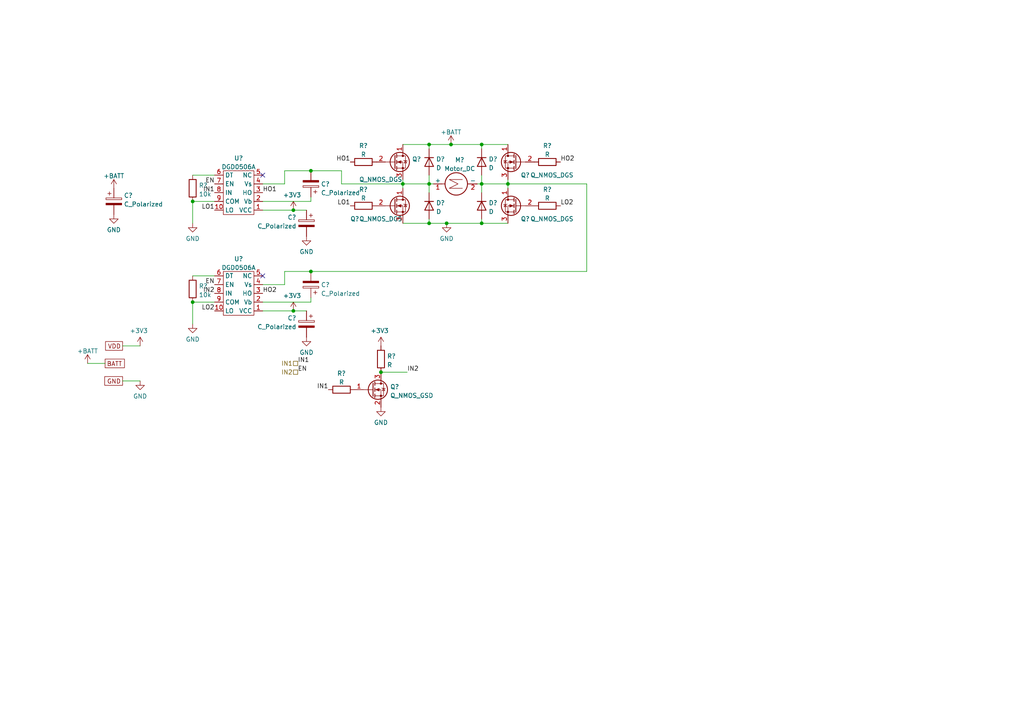
<source format=kicad_sch>
(kicad_sch (version 20211123) (generator eeschema)
  (paper "A4")
  (lib_symbols
    (symbol "Device:C_Polarized" (pin_numbers hide) (pin_names (offset 0.254))
      (property "Reference" "C" (at 0.635 2.54 0))
      (property "Value" "C_Polarized" (at 0.635 -2.54 0))
      (symbol "C_Polarized_0_1"
        (rectangle (start -2.286 0.508) (end 2.286 1.016))
        (polyline (pts (xy -1.778 2.286) (xy -0.762 2.286)))
        (polyline (pts (xy -1.27 2.794) (xy -1.27 1.778)))
        (rectangle (start 2.286 -0.508) (end -2.286 -1.016) (fill (type outline)))
      )
      (symbol "C_Polarized_1_1"
        (pin passive line (at 0 3.81 270) (length 2.794) (name "~") (number "1"))
        (pin passive line (at 0 -3.81 90) (length 2.794) (name "~") (number "2"))
      )
    )
    (symbol "Device:D" (pin_numbers hide) (pin_names (offset 1.016) hide)
      (property "Reference" "D" (at 0 2.54 0))
      (property "Value" "D" (at 0 -2.54 0))
      (symbol "D_0_1"
        (polyline (pts (xy -1.27 1.27) (xy -1.27 -1.27)) (stroke (width 0.254)))
        (polyline (pts (xy 1.27 0) (xy -1.27 0)))
        (polyline (pts (xy 1.27 1.27) (xy 1.27 -1.27) (xy -1.27 0) (xy 1.27 1.27)) (stroke (width 0.254)))
      )
      (symbol "D_1_1"
        (pin passive line (at -3.81 0 0) (length 2.54) (name "K") (number "1"))
        (pin passive line (at 3.81 0 180) (length 2.54) (name "A") (number "2"))
      )
    )
    (symbol "Device:Q_NMOS_DGS" (pin_names (offset 0) hide)
      (property "Reference" "Q" (at 5.08 1.27 0))
      (property "Value" "Q_NMOS_DGS" (at 5.08 -1.27 0))
      (symbol "Q_NMOS_DGS_0_1"
        (polyline (pts (xy 0.254 0) (xy -2.54 0)))
        (polyline (pts (xy 0.254 1.905) (xy 0.254 -1.905)) (stroke (width 0.254)))
        (polyline (pts (xy 0.762 -1.27) (xy 0.762 -2.286)) (stroke (width 0.254)))
        (polyline (pts (xy 0.762 0.508) (xy 0.762 -0.508)) (stroke (width 0.254)))
        (polyline (pts (xy 0.762 2.286) (xy 0.762 1.27)) (stroke (width 0.254)))
        (polyline (pts (xy 2.54 2.54) (xy 2.54 1.778)))
        (polyline (pts (xy 2.54 -2.54) (xy 2.54 0) (xy 0.762 0)))
        (polyline (pts (xy 0.762 -1.778) (xy 3.302 -1.778) (xy 3.302 1.778) (xy 0.762 1.778)))
        (polyline (pts (xy 1.016 0) (xy 2.032 0.381) (xy 2.032 -0.381) (xy 1.016 0)) (fill (type outline)))
        (polyline (pts (xy 2.794 0.508) (xy 2.921 0.381) (xy 3.683 0.381) (xy 3.81 0.254)))
        (polyline (pts (xy 3.302 0.381) (xy 2.921 -0.254) (xy 3.683 -0.254) (xy 3.302 0.381)))
        (circle (center 1.651 0) (radius 2.794) (stroke (width 0.254)))
        (circle (center 2.54 -1.778) (radius 0.254) (fill (type outline)))
        (circle (center 2.54 1.778) (radius 0.254) (fill (type outline)))
      )
      (symbol "Q_NMOS_DGS_1_1"
        (pin passive line (at 2.54 5.08 270) (length 2.54) (name "D") (number "1"))
        (pin input line (at -5.08 0 0) (length 2.54) (name "G") (number "2"))
        (pin passive line (at 2.54 -5.08 90) (length 2.54) (name "S") (number "3"))
      )
    )
    (symbol "Device:Q_NMOS_GSD" (pin_names (offset 0) hide)
      (property "Reference" "Q" (at 5.08 1.27 0))
      (property "Value" "Q_NMOS_GSD" (at 5.08 -1.27 0))
      (symbol "Q_NMOS_GSD_0_1"
        (polyline (pts (xy 0.254 0) (xy -2.54 0)))
        (polyline (pts (xy 0.254 1.905) (xy 0.254 -1.905)) (stroke (width 0.254)))
        (polyline (pts (xy 0.762 -1.27) (xy 0.762 -2.286)) (stroke (width 0.254)))
        (polyline (pts (xy 0.762 0.508) (xy 0.762 -0.508)) (stroke (width 0.254)))
        (polyline (pts (xy 0.762 2.286) (xy 0.762 1.27)) (stroke (width 0.254)))
        (polyline (pts (xy 2.54 2.54) (xy 2.54 1.778)))
        (polyline (pts (xy 2.54 -2.54) (xy 2.54 0) (xy 0.762 0)))
        (polyline (pts (xy 0.762 -1.778) (xy 3.302 -1.778) (xy 3.302 1.778) (xy 0.762 1.778)))
        (polyline (pts (xy 1.016 0) (xy 2.032 0.381) (xy 2.032 -0.381) (xy 1.016 0)) (fill (type outline)))
        (polyline (pts (xy 2.794 0.508) (xy 2.921 0.381) (xy 3.683 0.381) (xy 3.81 0.254)))
        (polyline (pts (xy 3.302 0.381) (xy 2.921 -0.254) (xy 3.683 -0.254) (xy 3.302 0.381)))
        (circle (center 1.651 0) (radius 2.794) (stroke (width 0.254)))
        (circle (center 2.54 -1.778) (radius 0.254) (fill (type outline)))
        (circle (center 2.54 1.778) (radius 0.254) (fill (type outline)))
      )
      (symbol "Q_NMOS_GSD_1_1"
        (pin input line (at -5.08 0 0) (length 2.54) (name "G") (number "1"))
        (pin passive line (at 2.54 -5.08 90) (length 2.54) (name "S") (number "2"))
        (pin passive line (at 2.54 5.08 270) (length 2.54) (name "D") (number "3"))
      )
    )
    (symbol "Device:R" (pin_numbers hide) (pin_names (offset 0))
      (property "Reference" "R" (at 2.032 0 90))
      (property "Value" "R" (at 0 0 90))
      (symbol "R_0_1"
        (rectangle (start -1.016 -2.54) (end 1.016 2.54) (stroke (width 0.254)))
      )
      (symbol "R_1_1"
        (pin passive line (at 0 3.81 270) (length 1.27) (name "~") (number "1"))
        (pin passive line (at 0 -3.81 90) (length 1.27) (name "~") (number "2"))
      )
    )
    (symbol "Motor:Motor_DC" (pin_names (offset 0))
      (property "Reference" "M" (at 2.54 2.54 0))
      (property "Value" "Motor_DC" (at 2.54 -5.08 0))
      (symbol "Motor_DC_0_0"
        (polyline (pts (xy -1.27 -3.302) (xy -1.27 0.508) (xy 0 -2.032) (xy 1.27 0.508) (xy 1.27 -3.302)))
      )
      (symbol "Motor_DC_0_1"
        (circle (center 0 -1.524) (radius 3.2512) (stroke (width 0.254)))
        (polyline (pts (xy 0 -7.62) (xy 0 -7.112)))
        (polyline (pts (xy 0 -4.7752) (xy 0 -5.1816)))
        (polyline (pts (xy 0 1.7272) (xy 0 2.0828)))
        (polyline (pts (xy 0 2.032) (xy 0 2.54)))
      )
      (symbol "Motor_DC_1_1"
        (pin passive line (at 0 5.08 270) (length 2.54) (name "+") (number "1"))
        (pin passive line (at 0 -7.62 90) (length 2.54) (name "-") (number "2"))
      )
    )
    (symbol "locallib:DGD0506A"
      (property "Reference" "U" (at 1.27 -7.62 0))
      (property "Value" "DGD0506A" (at 0 7.62 0))
      (symbol "DGD0506A_0_1"
        (rectangle (start 5.08 -6.35) (end -3.81 6.35) (stroke (width 0.1524)))
      )
      (symbol "DGD0506A_1_1"
        (pin passive line (at -6.35 5.08 0) (length 2.54) (name "VCC") (number "1"))
        (pin passive line (at 7.62 5.08 180) (length 2.54) (name "LO") (number "10"))
        (pin passive line (at -6.35 2.54 0) (length 2.54) (name "Vb") (number "2"))
        (pin passive line (at -6.35 0 0) (length 2.54) (name "HO") (number "3"))
        (pin passive line (at -6.35 -2.54 0) (length 2.54) (name "Vs") (number "4"))
        (pin passive line (at -6.35 -5.08 0) (length 2.54) (name "NC") (number "5"))
        (pin passive line (at 7.62 -5.08 180) (length 2.54) (name "DT") (number "6"))
        (pin passive line (at 7.62 -2.54 180) (length 2.54) (name "EN") (number "7"))
        (pin passive line (at 7.62 0 180) (length 2.54) (name "IN") (number "8"))
        (pin passive line (at 7.62 2.54 180) (length 2.54) (name "COM") (number "9"))
      )
    )
    (symbol "power:+3V3" (power) (pin_names (offset 0))
      (property "Value" "+3V3" (at 0 3.556 0))
      (symbol "+3V3_0_1"
        (polyline (pts (xy -0.762 1.27) (xy 0 2.54)))
        (polyline (pts (xy 0 0) (xy 0 2.54)))
        (polyline (pts (xy 0 2.54) (xy 0.762 1.27)))
      )
      (symbol "+3V3_1_1"
        (pin power_in line (at 0 0 90) (length 0) hide (name "+3V3") (number "1"))
      )
    )
    (symbol "power:+BATT" (power) (pin_names (offset 0))
      (property "Value" "+BATT" (at 0 3.556 0))
      (symbol "+BATT_0_1"
        (polyline (pts (xy -0.762 1.27) (xy 0 2.54)))
        (polyline (pts (xy 0 0) (xy 0 2.54)))
        (polyline (pts (xy 0 2.54) (xy 0.762 1.27)))
      )
      (symbol "+BATT_1_1"
        (pin power_in line (at 0 0 90) (length 0) hide (name "+BATT") (number "1"))
      )
    )
    (symbol "power:GND" (power) (pin_names (offset 0))
      (property "Value" "GND" (at 0 -3.81 0))
      (symbol "GND_0_1"
        (polyline (pts (xy 0 0) (xy 0 -1.27) (xy 1.27 -1.27) (xy 0 -2.54) (xy -1.27 -1.27) (xy 0 -1.27)))
      )
      (symbol "GND_1_1"
        (pin power_in line (at 0 0 270) (length 0) hide (name "GND") (number "1"))
      )
    )
  )
  (junction (at 130.81 41.91))
  (junction (at 85.09 60.96))
  (junction (at 90.17 49.53))
  (junction (at 124.46 64.77))
  (junction (at 124.46 53.34))
  (junction (at 139.7 64.77))
  (junction (at 139.7 41.91))
  (junction (at 110.49 107.95))
  (junction (at 85.09 90.17))
  (junction (at 147.32 53.34))
  (junction (at 90.17 78.74))
  (junction (at 55.88 58.42))
  (junction (at 129.54 64.77))
  (junction (at 124.46 41.91))
  (junction (at 55.88 87.63))
  (junction (at 116.84 53.34))
  (junction (at 139.7 53.34))
  (no_connect (at 76.2 80.01))
  (no_connect (at 76.2 50.8))
  (wire (pts (xy 124.46 64.77) (xy 129.54 64.77)))
  (wire (pts (xy 139.7 63.5) (xy 139.7 64.77)))
  (wire (pts (xy 82.55 82.55) (xy 82.55 78.74)))
  (wire (pts (xy 147.32 52.07) (xy 147.32 53.34)))
  (wire (pts (xy 116.84 53.34) (xy 116.84 54.61)))
  (wire (pts (xy 82.55 78.74) (xy 90.17 78.74)))
  (wire (pts (xy 130.81 41.91) (xy 139.7 41.91)))
  (wire (pts (xy 116.84 64.77) (xy 124.46 64.77)))
  (wire (pts (xy 139.7 55.88) (xy 139.7 53.34)))
  (wire (pts (xy 139.7 53.34) (xy 147.32 53.34)))
  (wire (pts (xy 76.2 53.34) (xy 82.55 53.34)))
  (wire (pts (xy 88.9 90.17) (xy 85.09 90.17)))
  (wire (pts (xy 139.7 50.8) (xy 139.7 53.34)))
  (wire (pts (xy 138.43 53.34) (xy 139.7 53.34)))
  (wire (pts (xy 139.7 41.91) (xy 147.32 41.91)))
  (wire (pts (xy 124.46 53.34) (xy 116.84 53.34)))
  (wire (pts (xy 99.06 53.34) (xy 99.06 49.53)))
  (wire (pts (xy 55.88 87.63) (xy 62.23 87.63)))
  (wire (pts (xy 124.46 53.34) (xy 125.73 53.34)))
  (wire (pts (xy 124.46 50.8) (xy 124.46 53.34)))
  (wire (pts (xy 99.06 53.34) (xy 116.84 53.34)))
  (wire (pts (xy 170.18 53.34) (xy 170.18 78.74)))
  (wire (pts (xy 124.46 63.5) (xy 124.46 64.77)))
  (wire (pts (xy 124.46 41.91) (xy 124.46 43.18)))
  (wire (pts (xy 76.2 58.42) (xy 90.17 58.42)))
  (wire (pts (xy 82.55 49.53) (xy 90.17 49.53)))
  (wire (pts (xy 147.32 53.34) (xy 147.32 54.61)))
  (wire (pts (xy 90.17 87.63) (xy 90.17 86.36)))
  (wire (pts (xy 85.09 60.96) (xy 76.2 60.96)))
  (wire (pts (xy 124.46 41.91) (xy 130.81 41.91)))
  (wire (pts (xy 55.88 93.98) (xy 55.88 87.63)))
  (wire (pts (xy 82.55 53.34) (xy 82.55 49.53)))
  (wire (pts (xy 139.7 64.77) (xy 147.32 64.77)))
  (wire (pts (xy 35.56 110.49) (xy 40.64 110.49)))
  (wire (pts (xy 147.32 53.34) (xy 170.18 53.34)))
  (wire (pts (xy 99.06 49.53) (xy 90.17 49.53)))
  (wire (pts (xy 124.46 53.34) (xy 124.46 55.88)))
  (wire (pts (xy 25.4 105.41) (xy 30.48 105.41)))
  (wire (pts (xy 55.88 58.42) (xy 62.23 58.42)))
  (wire (pts (xy 55.88 64.77) (xy 55.88 58.42)))
  (wire (pts (xy 110.49 107.95) (xy 118.11 107.95)))
  (wire (pts (xy 90.17 58.42) (xy 90.17 57.15)))
  (wire (pts (xy 139.7 41.91) (xy 139.7 43.18)))
  (wire (pts (xy 129.54 64.77) (xy 139.7 64.77)))
  (wire (pts (xy 88.9 60.96) (xy 85.09 60.96)))
  (wire (pts (xy 55.88 80.01) (xy 62.23 80.01)))
  (wire (pts (xy 116.84 41.91) (xy 124.46 41.91)))
  (wire (pts (xy 76.2 82.55) (xy 82.55 82.55)))
  (wire (pts (xy 55.88 50.8) (xy 62.23 50.8)))
  (wire (pts (xy 116.84 52.07) (xy 116.84 53.34)))
  (wire (pts (xy 35.56 100.33) (xy 40.64 100.33)))
  (wire (pts (xy 76.2 87.63) (xy 90.17 87.63)))
  (wire (pts (xy 85.09 90.17) (xy 76.2 90.17)))
  (wire (pts (xy 90.17 78.74) (xy 170.18 78.74)))
  (label "IN1" (at 86.36 105.41 0))
  (label "HO1" (at 76.2 55.88 0))
  (label "LO2" (at 62.23 90.17 180))
  (label "EN" (at 62.23 53.34 180))
  (label "IN1" (at 95.25 113.03 180))
  (label "HO2" (at 162.56 46.99 0))
  (label "HO2" (at 76.2 85.09 0))
  (label "IN1" (at 62.23 55.88 180))
  (label "EN" (at 86.36 107.95 0))
  (label "LO2" (at 162.56 59.69 0))
  (label "HO1" (at 101.6 46.99 180))
  (label "IN2" (at 62.23 85.09 180))
  (label "LO1" (at 62.23 60.96 180))
  (label "EN" (at 62.23 82.55 180))
  (label "IN2" (at 118.11 107.95 0))
  (label "LO1" (at 101.6 59.69 180))
  (global_label "VDD" (shape passive) (at 35.56 100.33 180) (property "Intersheet References" "${INTERSHEET_REFS}" (effects hide)))
  (global_label "GND" (shape passive) (at 35.56 110.49 180) (property "Intersheet References" "${INTERSHEET_REFS}" (effects hide)))
  (global_label "BATT" (shape passive) (at 30.48 105.41 0) (property "Intersheet References" "${INTERSHEET_REFS}" (effects hide)))
  (hierarchical_label "IN1" (shape passive) (at 86.36 105.41 180))
  (hierarchical_label "IN2" (shape passive) (at 86.36 107.95 180))
  (symbol (lib_id "power:+3V3") (at 85.09 90.17 0) (mirror y)
    (property "Reference" "#PWR?" (effects hide))
    (property "Value" "+3V3" (at 84.709 85.7758 0))
  )
  (symbol (lib_id "Motor:Motor_DC") (at 130.81 53.34 90)
    (property "Reference" "M?" (at 133.35 46.389 90))
    (property "Value" "Motor_DC" (at 133.35 48.9259 90))
  )
  (symbol (lib_id "power:GND") (at 129.54 64.77 0) (mirror y)
    (property "Reference" "#PWR?" (effects hide))
    (property "Value" "GND" (at 129.54 69.2134 0))
  )
  (symbol (lib_id "Device:C_Polarized") (at 90.17 53.34 180)
    (property "Reference" "C?" (at 93.091 53.3943 0) (effects (justify right)))
    (property "Value" "C_Polarized" (at 93.091 55.9312 0) (effects (justify right)))
  )
  (symbol (lib_id "power:GND") (at 40.64 110.49 0) (mirror y)
    (property "Reference" "#PWR?" (effects hide))
    (property "Value" "GND" (at 40.64 114.9334 0))
  )
  (symbol (lib_id "power:GND") (at 33.02 62.23 0) (mirror y)
    (property "Reference" "#PWR?" (effects hide))
    (property "Value" "GND" (at 33.02 66.6734 0))
  )
  (symbol (lib_id "Device:Q_NMOS_DGS") (at 149.86 59.69 0) (mirror y)
    (property "Reference" "Q?" (at 153.67 63.5 0) (effects (justify left)))
    (property "Value" "Q_NMOS_DGS" (at 166.37 63.5 0) (effects (justify left)))
  )
  (symbol (lib_id "power:+BATT") (at 33.02 54.61 0)
    (property "Reference" "#PWR?" (effects hide))
    (property "Value" "+BATT" (at 33.02 51.0342 0))
  )
  (symbol (lib_id "Device:C_Polarized") (at 88.9 93.98 0) (mirror y)
    (property "Reference" "C?" (at 85.979 92.2563 0) (effects (justify left)))
    (property "Value" "C_Polarized" (at 85.979 94.7932 0) (effects (justify left)))
  )
  (symbol (lib_id "Device:R") (at 158.75 46.99 270) (mirror x)
    (property "Reference" "R?" (at 158.75 42.2742 90))
    (property "Value" "R" (at 158.75 44.8111 90))
  )
  (symbol (lib_id "power:GND") (at 110.49 118.11 0) (mirror y)
    (property "Reference" "#PWR?" (effects hide))
    (property "Value" "GND" (at 110.49 122.5534 0))
  )
  (symbol (lib_id "power:+3V3") (at 40.64 100.33 0) (mirror y)
    (property "Reference" "#PWR?" (effects hide))
    (property "Value" "+3V3" (at 40.259 95.9358 0))
  )
  (symbol (lib_id "power:+3V3") (at 110.49 100.33 0) (mirror y)
    (property "Reference" "#PWR?" (effects hide))
    (property "Value" "+3V3" (at 110.109 95.9358 0))
  )
  (symbol (lib_id "power:+3V3") (at 85.09 60.96 0) (mirror y)
    (property "Reference" "#PWR?" (effects hide))
    (property "Value" "+3V3" (at 84.709 56.5658 0))
  )
  (symbol (lib_id "power:GND") (at 88.9 68.58 0) (mirror y)
    (property "Reference" "#PWR?" (effects hide))
    (property "Value" "GND" (at 88.9 73.0234 0))
  )
  (symbol (lib_id "locallib:DGD0506A") (at 69.85 55.88 180)
    (property "Reference" "U?" (at 69.215 45.881 0))
    (property "Value" "DGD0506A" (at 69.215 48.4179 0))
  )
  (symbol (lib_id "Device:C_Polarized") (at 88.9 64.77 0) (mirror y)
    (property "Reference" "C?" (at 85.979 63.0463 0) (effects (justify left)))
    (property "Value" "C_Polarized" (at 85.979 65.5832 0) (effects (justify left)))
  )
  (symbol (lib_id "Device:Q_NMOS_GSD") (at 107.95 113.03 0)
    (property "Reference" "Q?" (at 113.157 112.1953 0) (effects (justify left)))
    (property "Value" "Q_NMOS_GSD" (at 113.157 114.7322 0) (effects (justify left)))
  )
  (symbol (lib_id "Device:R") (at 158.75 59.69 270) (mirror x)
    (property "Reference" "R?" (at 158.75 54.9742 90))
    (property "Value" "R" (at 158.75 57.5111 90))
  )
  (symbol (lib_id "locallib:DGD0506A") (at 69.85 85.09 180)
    (property "Reference" "U?" (at 69.215 75.091 0))
    (property "Value" "DGD0506A" (at 69.215 77.6279 0))
  )
  (symbol (lib_id "Device:R") (at 99.06 113.03 90)
    (property "Reference" "R?" (at 99.06 108.3142 90))
    (property "Value" "R" (at 99.06 110.8511 90))
  )
  (symbol (lib_id "Device:D") (at 139.7 59.69 270)
    (property "Reference" "D?" (at 141.732 58.8553 90) (effects (justify left)))
    (property "Value" "D" (at 141.732 61.3922 90) (effects (justify left)))
  )
  (symbol (lib_id "Device:Q_NMOS_DGS") (at 149.86 46.99 0) (mirror y)
    (property "Reference" "Q?" (at 153.67 50.8 0) (effects (justify left)))
    (property "Value" "Q_NMOS_DGS" (at 166.37 50.8 0) (effects (justify left)))
  )
  (symbol (lib_id "Device:D") (at 124.46 46.99 270)
    (property "Reference" "D?" (at 126.492 46.1553 90) (effects (justify left)))
    (property "Value" "D" (at 126.492 48.6922 90) (effects (justify left)))
  )
  (symbol (lib_id "Device:D") (at 124.46 59.69 270)
    (property "Reference" "D?" (at 126.492 58.8553 90) (effects (justify left)))
    (property "Value" "D" (at 126.492 61.3922 90) (effects (justify left)))
  )
  (symbol (lib_id "Device:C_Polarized") (at 90.17 82.55 180)
    (property "Reference" "C?" (at 93.091 82.6043 0) (effects (justify right)))
    (property "Value" "C_Polarized" (at 93.091 85.1412 0) (effects (justify right)))
  )
  (symbol (lib_id "Device:R") (at 55.88 83.82 0)
    (property "Reference" "R?" (at 57.658 82.9853 0) (effects (justify left)))
    (property "Value" "10k" (at 57.658 85.5222 0) (effects (justify left)))
  )
  (symbol (lib_id "Device:R") (at 55.88 54.61 0)
    (property "Reference" "R?" (at 57.658 53.7753 0) (effects (justify left)))
    (property "Value" "10k" (at 57.658 56.3122 0) (effects (justify left)))
  )
  (symbol (lib_id "power:GND") (at 55.88 64.77 0)
    (property "Reference" "#PWR?" (effects hide))
    (property "Value" "GND" (at 55.88 69.2134 0))
  )
  (symbol (lib_id "Device:C_Polarized") (at 33.02 58.42 0)
    (property "Reference" "C?" (at 35.941 56.6963 0) (effects (justify left)))
    (property "Value" "C_Polarized" (at 35.941 59.2332 0) (effects (justify left)))
  )
  (symbol (lib_id "power:GND") (at 55.88 93.98 0)
    (property "Reference" "#PWR?" (effects hide))
    (property "Value" "GND" (at 55.88 98.4234 0))
  )
  (symbol (lib_id "Device:Q_NMOS_DGS") (at 114.3 59.69 0)
    (property "Reference" "Q?" (at 101.6 63.5 0) (effects (justify left)))
    (property "Value" "Q_NMOS_DGS" (at 104.14 63.5 0) (effects (justify left)))
  )
  (symbol (lib_id "Device:R") (at 105.41 59.69 90)
    (property "Reference" "R?" (at 105.41 54.9742 90))
    (property "Value" "R" (at 105.41 57.5111 90))
  )
  (symbol (lib_id "power:GND") (at 88.9 97.79 0) (mirror y)
    (property "Reference" "#PWR?" (effects hide))
    (property "Value" "GND" (at 88.9 102.2334 0))
  )
  (symbol (lib_id "Device:R") (at 105.41 46.99 90)
    (property "Reference" "R?" (at 105.41 42.2742 90))
    (property "Value" "R" (at 105.41 44.8111 90))
  )
  (symbol (lib_id "Device:D") (at 139.7 46.99 270)
    (property "Reference" "D?" (at 141.732 46.1553 90) (effects (justify left)))
    (property "Value" "D" (at 141.732 48.6922 90) (effects (justify left)))
  )
  (symbol (lib_id "power:+BATT") (at 130.81 41.91 0)
    (property "Reference" "#PWR?" (effects hide))
    (property "Value" "+BATT" (at 130.81 38.3342 0))
  )
  (symbol (lib_id "Device:R") (at 110.49 104.14 180)
    (property "Reference" "R?" (at 112.268 103.3053 0) (effects (justify right)))
    (property "Value" "R" (at 112.268 105.8422 0) (effects (justify right)))
  )
  (symbol (lib_id "power:+BATT") (at 25.4 105.41 0)
    (property "Reference" "#PWR?" (effects hide))
    (property "Value" "+BATT" (at 25.4 101.8342 0))
  )
  (symbol (lib_id "Device:Q_NMOS_DGS") (at 114.3 46.99 0)
    (property "Reference" "Q?" (at 119.507 46.1553 0) (effects (justify left)))
    (property "Value" "Q_NMOS_DGS" (at 104.14 52.07 0) (effects (justify left)))
  )
)
</source>
